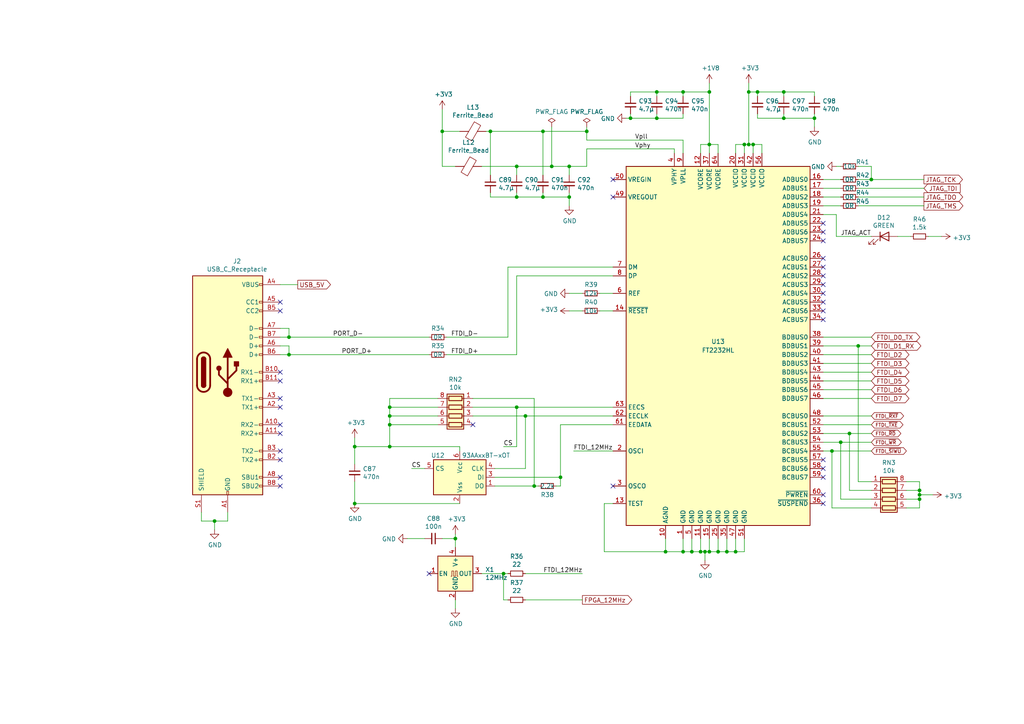
<source format=kicad_sch>
(kicad_sch (version 20211123) (generator eeschema)
  (paper "A4")
  (lib_symbols
    (symbol "Connector:USB_C_Receptacle" (pin_names (offset 1.016))
      (property "Reference" "J" (at -10.16 29.21 0))
      (property "Value" "USB_C_Receptacle" (at 10.16 29.21 0))
      (symbol "USB_C_Receptacle_0_0"
        (rectangle (start -0.254 -35.56) (end 0.254 -34.544))
        (rectangle (start 10.16 -32.766) (end 9.144 -33.274))
        (rectangle (start 10.16 -30.226) (end 9.144 -30.734))
        (rectangle (start 10.16 -25.146) (end 9.144 -25.654))
        (rectangle (start 10.16 -22.606) (end 9.144 -23.114))
        (rectangle (start 10.16 -17.526) (end 9.144 -18.034))
        (rectangle (start 10.16 -14.986) (end 9.144 -15.494))
        (rectangle (start 10.16 -9.906) (end 9.144 -10.414))
        (rectangle (start 10.16 -7.366) (end 9.144 -7.874))
        (rectangle (start 10.16 -2.286) (end 9.144 -2.794))
        (rectangle (start 10.16 0.254) (end 9.144 -0.254))
        (rectangle (start 10.16 5.334) (end 9.144 4.826))
        (rectangle (start 10.16 7.874) (end 9.144 7.366))
        (rectangle (start 10.16 10.414) (end 9.144 9.906))
        (rectangle (start 10.16 12.954) (end 9.144 12.446))
        (rectangle (start 10.16 18.034) (end 9.144 17.526))
        (rectangle (start 10.16 20.574) (end 9.144 20.066))
        (rectangle (start 10.16 25.654) (end 9.144 25.146))
      )
      (symbol "USB_C_Receptacle_0_1"
        (rectangle (start -10.16 27.94) (end 10.16 -35.56) (stroke (width 0.254)) (fill (type background)))
        (arc (start -8.89 -3.81) (mid -6.985 -5.715) (end -5.08 -3.81) (stroke (width 0.508)))
        (arc (start -7.62 -3.81) (mid -6.985 -4.445) (end -6.35 -3.81) (stroke (width 0.254)))
        (arc (start -7.62 -3.81) (mid -6.985 -4.445) (end -6.35 -3.81) (stroke (width 0.254)) (fill (type outline)))
        (rectangle (start -7.62 -3.81) (end -6.35 3.81) (stroke (width 0.254)) (fill (type outline)))
        (arc (start -6.35 3.81) (mid -6.985 4.445) (end -7.62 3.81) (stroke (width 0.254)))
        (arc (start -6.35 3.81) (mid -6.985 4.445) (end -7.62 3.81) (stroke (width 0.254)) (fill (type outline)))
        (arc (start -5.08 3.81) (mid -6.985 5.715) (end -8.89 3.81) (stroke (width 0.508)))
        (polyline (pts (xy -8.89 -3.81) (xy -8.89 3.81)) (stroke (width 0.508)))
        (polyline (pts (xy -5.08 3.81) (xy -5.08 -3.81)) (stroke (width 0.508)))
      )
      (symbol "USB_C_Receptacle_1_1"
        (circle (center -2.54 1.143) (radius 0.635) (stroke (width 0.254)) (fill (type outline)))
        (circle (center 0 -5.842) (radius 1.27) (fill (type outline)))
        (polyline (pts (xy 0 -5.842) (xy 0 4.318)) (stroke (width 0.508)))
        (polyline (pts (xy 0 -3.302) (xy -2.54 -0.762) (xy -2.54 0.508)) (stroke (width 0.508)))
        (polyline (pts (xy 0 -2.032) (xy 2.54 0.508) (xy 2.54 1.778)) (stroke (width 0.508)))
        (polyline (pts (xy -1.27 4.318) (xy 0 6.858) (xy 1.27 4.318) (xy -1.27 4.318)) (stroke (width 0.254)) (fill (type outline)))
        (rectangle (start 1.905 1.778) (end 3.175 3.048) (stroke (width 0.254)) (fill (type outline)))
        (pin passive line (at 0 -40.64 90) (length 5.08) (name "GND") (number "A1"))
        (pin bidirectional line (at 15.24 -15.24 180) (length 5.08) (name "RX2-") (number "A10"))
        (pin bidirectional line (at 15.24 -17.78 180) (length 5.08) (name "RX2+") (number "A11"))
        (pin passive line (at 0 -40.64 90) (length 5.08) hide (name "GND") (number "A12"))
        (pin bidirectional line (at 15.24 -10.16 180) (length 5.08) (name "TX1+") (number "A2"))
        (pin bidirectional line (at 15.24 -7.62 180) (length 5.08) (name "TX1-") (number "A3"))
        (pin passive line (at 15.24 25.4 180) (length 5.08) (name "VBUS") (number "A4"))
        (pin bidirectional line (at 15.24 20.32 180) (length 5.08) (name "CC1") (number "A5"))
        (pin bidirectional line (at 15.24 7.62 180) (length 5.08) (name "D+") (number "A6"))
        (pin bidirectional line (at 15.24 12.7 180) (length 5.08) (name "D-") (number "A7"))
        (pin bidirectional line (at 15.24 -30.48 180) (length 5.08) (name "SBU1") (number "A8"))
        (pin passive line (at 15.24 25.4 180) (length 5.08) hide (name "VBUS") (number "A9"))
        (pin passive line (at 0 -40.64 90) (length 5.08) hide (name "GND") (number "B1"))
        (pin bidirectional line (at 15.24 0 180) (length 5.08) (name "RX1-") (number "B10"))
        (pin bidirectional line (at 15.24 -2.54 180) (length 5.08) (name "RX1+") (number "B11"))
        (pin passive line (at 0 -40.64 90) (length 5.08) hide (name "GND") (number "B12"))
        (pin bidirectional line (at 15.24 -25.4 180) (length 5.08) (name "TX2+") (number "B2"))
        (pin bidirectional line (at 15.24 -22.86 180) (length 5.08) (name "TX2-") (number "B3"))
        (pin passive line (at 15.24 25.4 180) (length 5.08) hide (name "VBUS") (number "B4"))
        (pin bidirectional line (at 15.24 17.78 180) (length 5.08) (name "CC2") (number "B5"))
        (pin bidirectional line (at 15.24 5.08 180) (length 5.08) (name "D+") (number "B6"))
        (pin bidirectional line (at 15.24 10.16 180) (length 5.08) (name "D-") (number "B7"))
        (pin bidirectional line (at 15.24 -33.02 180) (length 5.08) (name "SBU2") (number "B8"))
        (pin passive line (at 15.24 25.4 180) (length 5.08) hide (name "VBUS") (number "B9"))
        (pin passive line (at -7.62 -40.64 90) (length 5.08) (name "SHIELD") (number "S1"))
      )
    )
    (symbol "Device:C_Small" (pin_numbers hide) (pin_names (offset 0.254) hide)
      (property "Reference" "C" (at 0.254 1.778 0))
      (property "Value" "C_Small" (at 0.254 -2.032 0))
      (symbol "C_Small_0_1"
        (polyline (pts (xy -1.524 -0.508) (xy 1.524 -0.508)) (stroke (width 0.3302)))
        (polyline (pts (xy -1.524 0.508) (xy 1.524 0.508)) (stroke (width 0.3048)))
      )
      (symbol "C_Small_1_1"
        (pin passive line (at 0 2.54 270) (length 2.032) (name "~") (number "1"))
        (pin passive line (at 0 -2.54 90) (length 2.032) (name "~") (number "2"))
      )
    )
    (symbol "Device:Ferrite_Bead" (pin_numbers hide) (pin_names (offset 0))
      (property "Reference" "FB" (at -3.81 0.635 90))
      (property "Value" "Device_Ferrite_Bead" (at 3.81 0 90))
      (symbol "Ferrite_Bead_0_1"
        (polyline (pts (xy 0 -1.27) (xy 0 -1.2192)))
        (polyline (pts (xy 0 1.27) (xy 0 1.2954)))
        (polyline (pts (xy -2.7686 0.4064) (xy -1.7018 2.2606) (xy 2.7686 -0.3048) (xy 1.6764 -2.159) (xy -2.7686 0.4064)))
      )
      (symbol "Ferrite_Bead_1_1"
        (pin passive line (at 0 3.81 270) (length 2.54) (name "~") (number "1"))
        (pin passive line (at 0 -3.81 90) (length 2.54) (name "~") (number "2"))
      )
    )
    (symbol "Device:LED" (pin_numbers hide) (pin_names (offset 1.016) hide)
      (property "Reference" "D" (at 0 2.54 0))
      (property "Value" "LED" (at 0 -2.54 0))
      (symbol "LED_0_1"
        (polyline (pts (xy -1.27 -1.27) (xy -1.27 1.27)) (stroke (width 0.254)))
        (polyline (pts (xy -1.27 0) (xy 1.27 0)))
        (polyline (pts (xy 1.27 -1.27) (xy 1.27 1.27) (xy -1.27 0) (xy 1.27 -1.27)) (stroke (width 0.254)))
        (polyline (pts (xy -3.048 -0.762) (xy -4.572 -2.286) (xy -3.81 -2.286) (xy -4.572 -2.286) (xy -4.572 -1.524)))
        (polyline (pts (xy -1.778 -0.762) (xy -3.302 -2.286) (xy -2.54 -2.286) (xy -3.302 -2.286) (xy -3.302 -1.524)))
      )
      (symbol "LED_1_1"
        (pin passive line (at -3.81 0 0) (length 2.54) (name "K") (number "1"))
        (pin passive line (at 3.81 0 180) (length 2.54) (name "A") (number "2"))
      )
    )
    (symbol "Device:R_Pack04" (pin_names (offset 0) hide)
      (property "Reference" "RN" (at -7.62 0 90))
      (property "Value" "R_Pack04" (at 5.08 0 90))
      (symbol "R_Pack04_0_1"
        (rectangle (start -6.35 -2.413) (end 3.81 2.413) (stroke (width 0.254)) (fill (type background)))
        (rectangle (start -5.715 1.905) (end -4.445 -1.905) (stroke (width 0.254)))
        (rectangle (start -3.175 1.905) (end -1.905 -1.905) (stroke (width 0.254)))
        (rectangle (start -0.635 1.905) (end 0.635 -1.905) (stroke (width 0.254)))
        (polyline (pts (xy -5.08 -2.54) (xy -5.08 -1.905)))
        (polyline (pts (xy -5.08 1.905) (xy -5.08 2.54)))
        (polyline (pts (xy -2.54 -2.54) (xy -2.54 -1.905)))
        (polyline (pts (xy -2.54 1.905) (xy -2.54 2.54)))
        (polyline (pts (xy 0 -2.54) (xy 0 -1.905)))
        (polyline (pts (xy 0 1.905) (xy 0 2.54)))
        (polyline (pts (xy 2.54 -2.54) (xy 2.54 -1.905)))
        (polyline (pts (xy 2.54 1.905) (xy 2.54 2.54)))
        (rectangle (start 1.905 1.905) (end 3.175 -1.905) (stroke (width 0.254)))
      )
      (symbol "R_Pack04_1_1"
        (pin passive line (at -5.08 -5.08 90) (length 2.54) (name "R1.1") (number "1"))
        (pin passive line (at -2.54 -5.08 90) (length 2.54) (name "R2.1") (number "2"))
        (pin passive line (at 0 -5.08 90) (length 2.54) (name "R3.1") (number "3"))
        (pin passive line (at 2.54 -5.08 90) (length 2.54) (name "R4.1") (number "4"))
        (pin passive line (at 2.54 5.08 270) (length 2.54) (name "R4.2") (number "5"))
        (pin passive line (at 0 5.08 270) (length 2.54) (name "R3.2") (number "6"))
        (pin passive line (at -2.54 5.08 270) (length 2.54) (name "R2.2") (number "7"))
        (pin passive line (at -5.08 5.08 270) (length 2.54) (name "R1.2") (number "8"))
      )
    )
    (symbol "Device:R_Small" (pin_numbers hide) (pin_names (offset 0.254) hide)
      (property "Reference" "R" (at 0.762 0.508 0))
      (property "Value" "R_Small" (at 0.762 -1.016 0))
      (symbol "R_Small_0_1"
        (rectangle (start -0.762 1.778) (end 0.762 -1.778) (stroke (width 0.2032)))
      )
      (symbol "R_Small_1_1"
        (pin passive line (at 0 2.54 270) (length 0.762) (name "~") (number "1"))
        (pin passive line (at 0 -2.54 90) (length 0.762) (name "~") (number "2"))
      )
    )
    (symbol "Interface_USB:FT2232HL"
      (property "Reference" "U" (at -26.67 53.34 0))
      (property "Value" "FT2232HL" (at 19.05 53.34 0))
      (symbol "FT2232HL_0_1"
        (rectangle (start -26.67 -52.07) (end 26.67 52.07) (stroke (width 0.254)) (fill (type background)))
      )
      (symbol "FT2232HL_1_1"
        (pin power_in line (at -10.16 -55.88 90) (length 3.81) (name "GND") (number "1"))
        (pin power_in line (at -15.24 -55.88 90) (length 3.81) (name "AGND") (number "10"))
        (pin power_in line (at -5.08 -55.88 90) (length 3.81) (name "GND") (number "11"))
        (pin power_in line (at -5.08 55.88 270) (length 3.81) (name "VCORE") (number "12"))
        (pin input line (at -30.48 -45.72 0) (length 3.81) (name "TEST") (number "13"))
        (pin input line (at -30.48 10.16 0) (length 3.81) (name "~{RESET}") (number "14"))
        (pin power_in line (at -2.54 -55.88 90) (length 3.81) (name "GND") (number "15"))
        (pin bidirectional line (at 30.48 48.26 180) (length 3.81) (name "ADBUS0") (number "16"))
        (pin bidirectional line (at 30.48 45.72 180) (length 3.81) (name "ADBUS1") (number "17"))
        (pin bidirectional line (at 30.48 43.18 180) (length 3.81) (name "ADBUS2") (number "18"))
        (pin bidirectional line (at 30.48 40.64 180) (length 3.81) (name "ADBUS3") (number "19"))
        (pin input line (at -30.48 -30.48 0) (length 3.81) (name "OSCI") (number "2"))
        (pin power_in line (at 5.08 55.88 270) (length 3.81) (name "VCCIO") (number "20"))
        (pin bidirectional line (at 30.48 38.1 180) (length 3.81) (name "ADBUS4") (number "21"))
        (pin bidirectional line (at 30.48 35.56 180) (length 3.81) (name "ADBUS5") (number "22"))
        (pin bidirectional line (at 30.48 33.02 180) (length 3.81) (name "ADBUS6") (number "23"))
        (pin bidirectional line (at 30.48 30.48 180) (length 3.81) (name "ADBUS7") (number "24"))
        (pin power_in line (at 0 -55.88 90) (length 3.81) (name "GND") (number "25"))
        (pin bidirectional line (at 30.48 25.4 180) (length 3.81) (name "ACBUS0") (number "26"))
        (pin bidirectional line (at 30.48 22.86 180) (length 3.81) (name "ACBUS1") (number "27"))
        (pin bidirectional line (at 30.48 20.32 180) (length 3.81) (name "ACBUS2") (number "28"))
        (pin bidirectional line (at 30.48 17.78 180) (length 3.81) (name "ACBUS3") (number "29"))
        (pin output line (at -30.48 -40.64 0) (length 3.81) (name "OSCO") (number "3"))
        (pin bidirectional line (at 30.48 15.24 180) (length 3.81) (name "ACBUS4") (number "30"))
        (pin power_in line (at 7.62 55.88 270) (length 3.81) (name "VCCIO") (number "31"))
        (pin bidirectional line (at 30.48 12.7 180) (length 3.81) (name "ACBUS5") (number "32"))
        (pin bidirectional line (at 30.48 10.16 180) (length 3.81) (name "ACBUS6") (number "33"))
        (pin bidirectional line (at 30.48 7.62 180) (length 3.81) (name "ACBUS7") (number "34"))
        (pin power_in line (at 2.54 -55.88 90) (length 3.81) (name "GND") (number "35"))
        (pin output line (at 30.48 -45.72 180) (length 3.81) (name "~{SUSPEND}") (number "36"))
        (pin power_in line (at -2.54 55.88 270) (length 3.81) (name "VCORE") (number "37"))
        (pin bidirectional line (at 30.48 2.54 180) (length 3.81) (name "BDBUS0") (number "38"))
        (pin bidirectional line (at 30.48 0 180) (length 3.81) (name "BDBUS1") (number "39"))
        (pin power_in line (at -12.7 55.88 270) (length 3.81) (name "VPHY") (number "4"))
        (pin bidirectional line (at 30.48 -2.54 180) (length 3.81) (name "BDBUS2") (number "40"))
        (pin bidirectional line (at 30.48 -5.08 180) (length 3.81) (name "BDBUS3") (number "41"))
        (pin power_in line (at 10.16 55.88 270) (length 3.81) (name "VCCIO") (number "42"))
        (pin bidirectional line (at 30.48 -7.62 180) (length 3.81) (name "BDBUS4") (number "43"))
        (pin bidirectional line (at 30.48 -10.16 180) (length 3.81) (name "BDBUS5") (number "44"))
        (pin bidirectional line (at 30.48 -12.7 180) (length 3.81) (name "BDBUS6") (number "45"))
        (pin bidirectional line (at 30.48 -15.24 180) (length 3.81) (name "BDBUS7") (number "46"))
        (pin power_in line (at 5.08 -55.88 90) (length 3.81) (name "GND") (number "47"))
        (pin bidirectional line (at 30.48 -20.32 180) (length 3.81) (name "BCBUS0") (number "48"))
        (pin power_out line (at -30.48 43.18 0) (length 3.81) (name "VREGOUT") (number "49"))
        (pin power_in line (at -7.62 -55.88 90) (length 3.81) (name "GND") (number "5"))
        (pin power_in line (at -30.48 48.26 0) (length 3.81) (name "VREGIN") (number "50"))
        (pin power_in line (at 7.62 -55.88 90) (length 3.81) (name "GND") (number "51"))
        (pin bidirectional line (at 30.48 -22.86 180) (length 3.81) (name "BCBUS1") (number "52"))
        (pin bidirectional line (at 30.48 -25.4 180) (length 3.81) (name "BCBUS2") (number "53"))
        (pin bidirectional line (at 30.48 -27.94 180) (length 3.81) (name "BCBUS3") (number "54"))
        (pin bidirectional line (at 30.48 -30.48 180) (length 3.81) (name "BCBUS4") (number "55"))
        (pin power_in line (at 12.7 55.88 270) (length 3.81) (name "VCCIO") (number "56"))
        (pin bidirectional line (at 30.48 -33.02 180) (length 3.81) (name "BCBUS5") (number "57"))
        (pin bidirectional line (at 30.48 -35.56 180) (length 3.81) (name "BCBUS6") (number "58"))
        (pin bidirectional line (at 30.48 -38.1 180) (length 3.81) (name "BCBUS7") (number "59"))
        (pin output line (at -30.48 15.24 0) (length 3.81) (name "REF") (number "6"))
        (pin output line (at 30.48 -43.18 180) (length 3.81) (name "~{PWREN}") (number "60"))
        (pin bidirectional line (at -30.48 -22.86 0) (length 3.81) (name "EEDATA") (number "61"))
        (pin output line (at -30.48 -20.32 0) (length 3.81) (name "EECLK") (number "62"))
        (pin output line (at -30.48 -17.78 0) (length 3.81) (name "EECS") (number "63"))
        (pin power_in line (at 0 55.88 270) (length 3.81) (name "VCORE") (number "64"))
        (pin bidirectional line (at -30.48 22.86 0) (length 3.81) (name "DM") (number "7"))
        (pin bidirectional line (at -30.48 20.32 0) (length 3.81) (name "DP") (number "8"))
        (pin input line (at -10.16 55.88 270) (length 3.81) (name "VPLL") (number "9"))
      )
    )
    (symbol "Memory_EEPROM:93AAxxBT-xOT"
      (property "Reference" "U" (at -7.62 6.35 0))
      (property "Value" "93AAxxBT-xOT" (at 1.27 6.35 0))
      (symbol "93AAxxBT-xOT_1_1"
        (rectangle (start -7.62 5.08) (end 7.62 -5.08) (stroke (width 0.254)) (fill (type background)))
        (pin tri_state line (at 10.16 -2.54 180) (length 2.54) (name "DO") (number "1"))
        (pin power_in line (at 0 -7.62 90) (length 2.54) (name "Vss") (number "2"))
        (pin input line (at 10.16 0 180) (length 2.54) (name "DI") (number "3"))
        (pin input line (at 10.16 2.54 180) (length 2.54) (name "CLK") (number "4"))
        (pin input line (at -10.16 2.54 0) (length 2.54) (name "CS") (number "5"))
        (pin power_in line (at 0 7.62 270) (length 2.54) (name "Vсс") (number "6"))
      )
    )
    (symbol "Oscillator:XO32" (pin_names (offset 0.254))
      (property "Reference" "X" (at -5.08 6.35 0))
      (property "Value" "XO32" (at 1.27 -6.35 0))
      (symbol "XO32_0_1"
        (rectangle (start -5.08 5.08) (end 5.08 -5.08) (stroke (width 0.254)) (fill (type background)))
        (polyline (pts (xy -1.27 -0.762) (xy -1.016 -0.762) (xy -1.016 0.762) (xy -0.508 0.762) (xy -0.508 -0.762) (xy 0 -0.762) (xy 0 0.762) (xy 0.508 0.762) (xy 0.508 -0.762) (xy 0.762 -0.762)))
      )
      (symbol "XO32_1_1"
        (pin input line (at -7.62 0 0) (length 2.54) (name "EN") (number "1"))
        (pin power_in line (at 0 -7.62 90) (length 2.54) (name "GND") (number "2"))
        (pin output line (at 7.62 0 180) (length 2.54) (name "OUT") (number "3"))
        (pin power_in line (at 0 7.62 270) (length 2.54) (name "V+") (number "4"))
      )
    )
    (symbol "power:+1V8" (power) (pin_names (offset 0))
      (property "Value" "+1V8" (at 0 3.556 0))
      (symbol "+1V8_0_1"
        (polyline (pts (xy -0.762 1.27) (xy 0 2.54)))
        (polyline (pts (xy 0 0) (xy 0 2.54)))
        (polyline (pts (xy 0 2.54) (xy 0.762 1.27)))
      )
      (symbol "+1V8_1_1"
        (pin power_in line (at 0 0 90) (length 0) hide (name "+1V8") (number "1"))
      )
    )
    (symbol "power:+3V3" (power) (pin_names (offset 0))
      (property "Value" "+3V3" (at 0 3.556 0))
      (symbol "+3V3_0_1"
        (polyline (pts (xy -0.762 1.27) (xy 0 2.54)))
        (polyline (pts (xy 0 0) (xy 0 2.54)))
        (polyline (pts (xy 0 2.54) (xy 0.762 1.27)))
      )
      (symbol "+3V3_1_1"
        (pin power_in line (at 0 0 90) (length 0) hide (name "+3V3") (number "1"))
      )
    )
    (symbol "power:GND" (power) (pin_names (offset 0))
      (property "Value" "GND" (at 0 -3.81 0))
      (symbol "GND_0_1"
        (polyline (pts (xy 0 0) (xy 0 -1.27) (xy 1.27 -1.27) (xy 0 -2.54) (xy -1.27 -1.27) (xy 0 -1.27)))
      )
      (symbol "GND_1_1"
        (pin power_in line (at 0 0 270) (length 0) hide (name "GND") (number "1"))
      )
    )
    (symbol "power:PWR_FLAG" (power) (pin_numbers hide) (pin_names (offset 0) hide)
      (property "Value" "PWR_FLAG" (at 0 3.81 0))
      (symbol "PWR_FLAG_0_0"
        (pin power_out line (at 0 0 90) (length 0) (name "pwr") (number "1"))
      )
      (symbol "PWR_FLAG_0_1"
        (polyline (pts (xy 0 0) (xy 0 1.27) (xy -1.016 1.905) (xy 0 2.54) (xy 1.016 1.905) (xy 0 1.27)))
      )
    )
  )
  (junction (at 149.86 48.26))
  (junction (at 154.94 140.97))
  (junction (at 113.03 120.65))
  (junction (at 113.03 118.11))
  (junction (at 190.5 34.29))
  (junction (at 165.1 48.26))
  (junction (at 165.1 57.15))
  (junction (at 162.56 138.43))
  (junction (at 113.03 129.54))
  (junction (at 62.23 151.13))
  (junction (at 236.22 34.29))
  (junction (at 205.74 41.91))
  (junction (at 248.92 100.33))
  (junction (at 210.82 160.02))
  (junction (at 198.12 26.67))
  (junction (at 83.82 102.87))
  (junction (at 102.87 146.05))
  (junction (at 213.36 160.02))
  (junction (at 193.04 160.02))
  (junction (at 182.88 34.29))
  (junction (at 128.27 38.1))
  (junction (at 243.84 128.27))
  (junction (at 266.7 142.24))
  (junction (at 160.02 48.26))
  (junction (at 227.33 34.29))
  (junction (at 266.7 143.51))
  (junction (at 205.74 160.02))
  (junction (at 149.86 57.15))
  (junction (at 190.5 26.67))
  (junction (at 252.73 52.07))
  (junction (at 208.28 160.02))
  (junction (at 132.08 156.21))
  (junction (at 266.7 144.78))
  (junction (at 83.82 97.79))
  (junction (at 205.74 26.67))
  (junction (at 149.86 118.11))
  (junction (at 142.24 38.1))
  (junction (at 170.18 38.1))
  (junction (at 146.05 166.37))
  (junction (at 113.03 123.19))
  (junction (at 203.2 160.02))
  (junction (at 157.48 57.15))
  (junction (at 218.44 41.91))
  (junction (at 102.87 129.54))
  (junction (at 157.48 38.1))
  (junction (at 200.66 160.02))
  (junction (at 217.17 41.91))
  (junction (at 219.71 26.67))
  (junction (at 198.12 160.02))
  (junction (at 215.9 41.91))
  (junction (at 241.3 130.81))
  (junction (at 217.17 26.67))
  (junction (at 227.33 26.67))
  (junction (at 152.4 120.65))
  (junction (at 246.38 125.73))
  (junction (at 204.47 160.02))
  (no_connect (at 238.76 143.51))
  (no_connect (at 81.28 107.95))
  (no_connect (at 238.76 82.55))
  (no_connect (at 81.28 118.11))
  (no_connect (at 177.8 57.15))
  (no_connect (at 177.8 52.07))
  (no_connect (at 238.76 69.85))
  (no_connect (at 238.76 92.71))
  (no_connect (at 124.46 166.37))
  (no_connect (at 238.76 90.17))
  (no_connect (at 238.76 85.09))
  (no_connect (at 81.28 130.81))
  (no_connect (at 81.28 123.19))
  (no_connect (at 81.28 115.57))
  (no_connect (at 81.28 90.17))
  (no_connect (at 81.28 87.63))
  (no_connect (at 238.76 64.77))
  (no_connect (at 238.76 87.63))
  (no_connect (at 238.76 74.93))
  (no_connect (at 238.76 67.31))
  (no_connect (at 238.76 80.01))
  (no_connect (at 81.28 140.97))
  (no_connect (at 81.28 110.49))
  (no_connect (at 238.76 135.89))
  (no_connect (at 137.16 123.19))
  (no_connect (at 81.28 133.35))
  (no_connect (at 238.76 133.35))
  (no_connect (at 81.28 138.43))
  (no_connect (at 81.28 125.73))
  (no_connect (at 238.76 146.05))
  (no_connect (at 238.76 77.47))
  (no_connect (at 238.76 138.43))
  (no_connect (at 177.8 140.97))
  (wire (pts (xy 81.28 97.79) (xy 83.82 97.79)))
  (wire (pts (xy 118.11 156.21) (xy 123.19 156.21)))
  (wire (pts (xy 170.18 48.26) (xy 165.1 48.26)))
  (wire (pts (xy 266.7 147.32) (xy 262.89 147.32)))
  (wire (pts (xy 146.05 166.37) (xy 139.7 166.37)))
  (wire (pts (xy 113.03 123.19) (xy 113.03 129.54)))
  (wire (pts (xy 62.23 151.13) (xy 58.42 151.13)))
  (wire (pts (xy 195.58 44.45) (xy 195.58 43.18)))
  (wire (pts (xy 218.44 44.45) (xy 218.44 41.91)))
  (wire (pts (xy 165.1 57.15) (xy 157.48 57.15)))
  (wire (pts (xy 205.74 44.45) (xy 205.74 41.91)))
  (wire (pts (xy 157.48 55.88) (xy 157.48 57.15)))
  (wire (pts (xy 260.35 68.58) (xy 264.16 68.58)))
  (wire (pts (xy 193.04 156.21) (xy 193.04 160.02)))
  (wire (pts (xy 248.92 52.07) (xy 252.73 52.07)))
  (wire (pts (xy 213.36 160.02) (xy 215.9 160.02)))
  (wire (pts (xy 238.76 59.69) (xy 243.84 59.69)))
  (wire (pts (xy 267.97 59.69) (xy 248.92 59.69)))
  (wire (pts (xy 160.02 48.26) (xy 149.86 48.26)))
  (wire (pts (xy 220.98 41.91) (xy 220.98 44.45)))
  (wire (pts (xy 149.86 80.01) (xy 149.86 102.87)))
  (wire (pts (xy 132.08 48.26) (xy 128.27 48.26)))
  (wire (pts (xy 198.12 160.02) (xy 200.66 160.02)))
  (wire (pts (xy 252.73 97.79) (xy 238.76 97.79)))
  (wire (pts (xy 198.12 156.21) (xy 198.12 160.02)))
  (wire (pts (xy 149.86 55.88) (xy 149.86 57.15)))
  (wire (pts (xy 238.76 102.87) (xy 252.73 102.87)))
  (wire (pts (xy 198.12 26.67) (xy 198.12 27.94)))
  (wire (pts (xy 182.88 27.94) (xy 182.88 26.67)))
  (wire (pts (xy 165.1 85.09) (xy 168.91 85.09)))
  (wire (pts (xy 252.73 130.81) (xy 241.3 130.81)))
  (wire (pts (xy 113.03 118.11) (xy 127 118.11)))
  (wire (pts (xy 149.86 57.15) (xy 142.24 57.15)))
  (wire (pts (xy 190.5 34.29) (xy 190.5 33.02)))
  (wire (pts (xy 83.82 97.79) (xy 124.46 97.79)))
  (wire (pts (xy 205.74 24.13) (xy 205.74 26.67)))
  (wire (pts (xy 127 120.65) (xy 113.03 120.65)))
  (wire (pts (xy 246.38 142.24) (xy 246.38 125.73)))
  (wire (pts (xy 190.5 26.67) (xy 190.5 27.94)))
  (wire (pts (xy 154.94 115.57) (xy 154.94 140.97)))
  (wire (pts (xy 213.36 41.91) (xy 215.9 41.91)))
  (wire (pts (xy 198.12 44.45) (xy 198.12 40.64)))
  (wire (pts (xy 219.71 27.94) (xy 219.71 26.67)))
  (wire (pts (xy 162.56 140.97) (xy 162.56 138.43)))
  (wire (pts (xy 262.89 139.7) (xy 266.7 139.7)))
  (wire (pts (xy 170.18 40.64) (xy 170.18 38.1)))
  (wire (pts (xy 210.82 160.02) (xy 210.82 156.21)))
  (wire (pts (xy 152.4 135.89) (xy 152.4 120.65)))
  (wire (pts (xy 182.88 34.29) (xy 182.88 33.02)))
  (wire (pts (xy 269.24 68.58) (xy 273.05 68.58)))
  (wire (pts (xy 165.1 48.26) (xy 160.02 48.26)))
  (wire (pts (xy 175.26 160.02) (xy 193.04 160.02)))
  (wire (pts (xy 147.32 173.99) (xy 146.05 173.99)))
  (wire (pts (xy 243.84 52.07) (xy 238.76 52.07)))
  (wire (pts (xy 219.71 33.02) (xy 219.71 34.29)))
  (wire (pts (xy 129.54 102.87) (xy 149.86 102.87)))
  (wire (pts (xy 152.4 120.65) (xy 137.16 120.65)))
  (wire (pts (xy 177.8 146.05) (xy 175.26 146.05)))
  (wire (pts (xy 132.08 154.94) (xy 132.08 156.21)))
  (wire (pts (xy 193.04 160.02) (xy 198.12 160.02)))
  (wire (pts (xy 127 115.57) (xy 113.03 115.57)))
  (wire (pts (xy 170.18 43.18) (xy 170.18 48.26)))
  (wire (pts (xy 203.2 41.91) (xy 205.74 41.91)))
  (wire (pts (xy 227.33 27.94) (xy 227.33 26.67)))
  (wire (pts (xy 248.92 48.26) (xy 252.73 48.26)))
  (wire (pts (xy 243.84 57.15) (xy 238.76 57.15)))
  (wire (pts (xy 205.74 26.67) (xy 205.74 41.91)))
  (wire (pts (xy 173.99 90.17) (xy 177.8 90.17)))
  (wire (pts (xy 219.71 34.29) (xy 227.33 34.29)))
  (wire (pts (xy 165.1 50.8) (xy 165.1 48.26)))
  (wire (pts (xy 248.92 139.7) (xy 248.92 100.33)))
  (wire (pts (xy 200.66 160.02) (xy 203.2 160.02)))
  (wire (pts (xy 149.86 48.26) (xy 139.7 48.26)))
  (wire (pts (xy 177.8 80.01) (xy 149.86 80.01)))
  (wire (pts (xy 66.04 148.59) (xy 66.04 151.13)))
  (wire (pts (xy 217.17 41.91) (xy 218.44 41.91)))
  (wire (pts (xy 252.73 105.41) (xy 238.76 105.41)))
  (wire (pts (xy 113.03 120.65) (xy 113.03 118.11)))
  (wire (pts (xy 143.51 135.89) (xy 152.4 135.89)))
  (wire (pts (xy 236.22 26.67) (xy 236.22 27.94)))
  (wire (pts (xy 58.42 151.13) (xy 58.42 148.59)))
  (wire (pts (xy 204.47 160.02) (xy 205.74 160.02)))
  (wire (pts (xy 81.28 102.87) (xy 83.82 102.87)))
  (wire (pts (xy 83.82 95.25) (xy 83.82 97.79)))
  (wire (pts (xy 149.86 129.54) (xy 146.05 129.54)))
  (wire (pts (xy 243.84 144.78) (xy 243.84 128.27)))
  (wire (pts (xy 146.05 166.37) (xy 147.32 166.37)))
  (wire (pts (xy 208.28 41.91) (xy 208.28 44.45)))
  (wire (pts (xy 227.33 34.29) (xy 236.22 34.29)))
  (wire (pts (xy 127 123.19) (xy 113.03 123.19)))
  (wire (pts (xy 242.57 68.58) (xy 252.73 68.58)))
  (wire (pts (xy 238.76 113.03) (xy 252.73 113.03)))
  (wire (pts (xy 62.23 153.67) (xy 62.23 151.13)))
  (wire (pts (xy 204.47 160.02) (xy 204.47 162.56)))
  (wire (pts (xy 217.17 41.91) (xy 217.17 26.67)))
  (wire (pts (xy 113.03 129.54) (xy 133.35 129.54)))
  (wire (pts (xy 149.86 118.11) (xy 177.8 118.11)))
  (wire (pts (xy 241.3 147.32) (xy 252.73 147.32)))
  (wire (pts (xy 266.7 143.51) (xy 266.7 144.78)))
  (wire (pts (xy 156.21 140.97) (xy 154.94 140.97)))
  (wire (pts (xy 266.7 144.78) (xy 266.7 147.32)))
  (wire (pts (xy 266.7 142.24) (xy 266.7 143.51)))
  (wire (pts (xy 182.88 26.67) (xy 190.5 26.67)))
  (wire (pts (xy 252.73 48.26) (xy 252.73 52.07)))
  (wire (pts (xy 160.02 36.83) (xy 160.02 48.26)))
  (wire (pts (xy 200.66 156.21) (xy 200.66 160.02)))
  (wire (pts (xy 128.27 156.21) (xy 132.08 156.21)))
  (wire (pts (xy 147.32 77.47) (xy 177.8 77.47)))
  (wire (pts (xy 149.86 50.8) (xy 149.86 48.26)))
  (wire (pts (xy 102.87 129.54) (xy 102.87 134.62)))
  (wire (pts (xy 168.91 166.37) (xy 152.4 166.37)))
  (wire (pts (xy 123.19 135.89) (xy 119.38 135.89)))
  (wire (pts (xy 215.9 41.91) (xy 217.17 41.91)))
  (wire (pts (xy 252.73 52.07) (xy 267.97 52.07)))
  (wire (pts (xy 175.26 146.05) (xy 175.26 160.02)))
  (wire (pts (xy 238.76 107.95) (xy 252.73 107.95)))
  (wire (pts (xy 238.76 110.49) (xy 252.73 110.49)))
  (wire (pts (xy 213.36 156.21) (xy 213.36 160.02)))
  (wire (pts (xy 238.76 54.61) (xy 243.84 54.61)))
  (wire (pts (xy 238.76 62.23) (xy 242.57 62.23)))
  (wire (pts (xy 157.48 50.8) (xy 157.48 38.1)))
  (wire (pts (xy 177.8 123.19) (xy 162.56 123.19)))
  (wire (pts (xy 132.08 156.21) (xy 132.08 158.75)))
  (wire (pts (xy 227.33 26.67) (xy 219.71 26.67)))
  (wire (pts (xy 236.22 34.29) (xy 236.22 33.02)))
  (wire (pts (xy 262.89 142.24) (xy 266.7 142.24)))
  (wire (pts (xy 242.57 62.23) (xy 242.57 68.58)))
  (wire (pts (xy 149.86 118.11) (xy 149.86 129.54)))
  (wire (pts (xy 198.12 40.64) (xy 170.18 40.64)))
  (wire (pts (xy 146.05 173.99) (xy 146.05 166.37)))
  (wire (pts (xy 142.24 57.15) (xy 142.24 55.88)))
  (wire (pts (xy 137.16 118.11) (xy 149.86 118.11)))
  (wire (pts (xy 157.48 38.1) (xy 170.18 38.1)))
  (wire (pts (xy 113.03 120.65) (xy 113.03 123.19)))
  (wire (pts (xy 241.3 130.81) (xy 238.76 130.81)))
  (wire (pts (xy 215.9 44.45) (xy 215.9 41.91)))
  (wire (pts (xy 236.22 36.83) (xy 236.22 34.29)))
  (wire (pts (xy 198.12 33.02) (xy 198.12 34.29)))
  (wire (pts (xy 203.2 44.45) (xy 203.2 41.91)))
  (wire (pts (xy 170.18 36.83) (xy 170.18 38.1)))
  (wire (pts (xy 205.74 160.02) (xy 208.28 160.02)))
  (wire (pts (xy 210.82 160.02) (xy 213.36 160.02)))
  (wire (pts (xy 252.73 142.24) (xy 246.38 142.24)))
  (wire (pts (xy 142.24 38.1) (xy 140.97 38.1)))
  (wire (pts (xy 129.54 97.79) (xy 147.32 97.79)))
  (wire (pts (xy 213.36 44.45) (xy 213.36 41.91)))
  (wire (pts (xy 157.48 57.15) (xy 149.86 57.15)))
  (wire (pts (xy 252.73 125.73) (xy 246.38 125.73)))
  (wire (pts (xy 267.97 57.15) (xy 248.92 57.15)))
  (wire (pts (xy 238.76 115.57) (xy 252.73 115.57)))
  (wire (pts (xy 143.51 140.97) (xy 154.94 140.97)))
  (wire (pts (xy 181.61 34.29) (xy 182.88 34.29)))
  (wire (pts (xy 132.08 176.53) (xy 132.08 173.99)))
  (wire (pts (xy 266.7 139.7) (xy 266.7 142.24)))
  (wire (pts (xy 137.16 115.57) (xy 154.94 115.57)))
  (wire (pts (xy 203.2 156.21) (xy 203.2 160.02)))
  (wire (pts (xy 83.82 100.33) (xy 83.82 102.87)))
  (wire (pts (xy 198.12 34.29) (xy 190.5 34.29)))
  (wire (pts (xy 208.28 160.02) (xy 210.82 160.02)))
  (wire (pts (xy 128.27 38.1) (xy 133.35 38.1)))
  (wire (pts (xy 165.1 90.17) (xy 168.91 90.17)))
  (wire (pts (xy 248.92 100.33) (xy 238.76 100.33)))
  (wire (pts (xy 165.1 55.88) (xy 165.1 57.15)))
  (wire (pts (xy 215.9 160.02) (xy 215.9 156.21)))
  (wire (pts (xy 252.73 139.7) (xy 248.92 139.7)))
  (wire (pts (xy 165.1 59.69) (xy 165.1 57.15)))
  (wire (pts (xy 195.58 43.18) (xy 170.18 43.18)))
  (wire (pts (xy 66.04 151.13) (xy 62.23 151.13)))
  (wire (pts (xy 102.87 146.05) (xy 133.35 146.05)))
  (wire (pts (xy 227.33 26.67) (xy 236.22 26.67)))
  (wire (pts (xy 227.33 34.29) (xy 227.33 33.02)))
  (wire (pts (xy 152.4 173.99) (xy 168.91 173.99)))
  (wire (pts (xy 81.28 95.25) (xy 83.82 95.25)))
  (wire (pts (xy 102.87 127) (xy 102.87 129.54)))
  (wire (pts (xy 161.29 140.97) (xy 162.56 140.97)))
  (wire (pts (xy 217.17 26.67) (xy 217.17 24.13)))
  (wire (pts (xy 198.12 26.67) (xy 190.5 26.67)))
  (wire (pts (xy 190.5 34.29) (xy 182.88 34.29)))
  (wire (pts (xy 270.51 143.51) (xy 266.7 143.51)))
  (wire (pts (xy 252.73 128.27) (xy 243.84 128.27)))
  (wire (pts (xy 205.74 41.91) (xy 208.28 41.91)))
  (wire (pts (xy 81.28 100.33) (xy 83.82 100.33)))
  (wire (pts (xy 128.27 48.26) (xy 128.27 38.1)))
  (wire (pts (xy 166.37 130.81) (xy 177.8 130.81)))
  (wire (pts (xy 218.44 41.91) (xy 220.98 41.91)))
  (wire (pts (xy 219.71 26.67) (xy 217.17 26.67)))
  (wire (pts (xy 242.57 48.26) (xy 243.84 48.26)))
  (wire (pts (xy 208.28 156.21) (xy 208.28 160.02)))
  (wire (pts (xy 102.87 139.7) (xy 102.87 146.05)))
  (wire (pts (xy 266.7 144.78) (xy 262.89 144.78)))
  (wire (pts (xy 252.73 100.33) (xy 248.92 100.33)))
  (wire (pts (xy 248.92 54.61) (xy 267.97 54.61)))
  (wire (pts (xy 252.73 144.78) (xy 243.84 144.78)))
  (wire (pts (xy 113.03 115.57) (xy 113.03 118.11)))
  (wire (pts (xy 128.27 31.75) (xy 128.27 38.1)))
  (wire (pts (xy 113.03 129.54) (xy 102.87 129.54)))
  (wire (pts (xy 152.4 120.65) (xy 177.8 120.65)))
  (wire (pts (xy 246.38 125.73) (xy 238.76 125.73)))
  (wire (pts (xy 133.35 129.54) (xy 133.35 130.81)))
  (wire (pts (xy 143.51 138.43) (xy 162.56 138.43)))
  (wire (pts (xy 83.82 102.87) (xy 124.46 102.87)))
  (wire (pts (xy 162.56 123.19) (xy 162.56 138.43)))
  (wire (pts (xy 142.24 38.1) (xy 157.48 38.1)))
  (wire (pts (xy 241.3 130.81) (xy 241.3 147.32)))
  (wire (pts (xy 203.2 160.02) (xy 204.47 160.02)))
  (wire (pts (xy 243.84 128.27) (xy 238.76 128.27)))
  (wire (pts (xy 147.32 97.79) (xy 147.32 77.47)))
  (wire (pts (xy 81.28 82.55) (xy 86.36 82.55)))
  (wire (pts (xy 205.74 156.21) (xy 205.74 160.02)))
  (wire (pts (xy 142.24 50.8) (xy 142.24 38.1)))
  (wire (pts (xy 205.74 26.67) (xy 198.12 26.67)))
  (wire (pts (xy 173.99 85.09) (xy 177.8 85.09)))
  (wire (pts (xy 238.76 120.65) (xy 252.73 120.65)))
  (wire (pts (xy 252.73 123.19) (xy 238.76 123.19)))
  (label "Vphy" (at 184.15 43.18 0))
  (label "FTDI_12MHz" (at 166.37 130.81 0))
  (label "FTDI_12MHz" (at 168.91 166.37 180))
  (label "Vpll" (at 184.15 40.64 0))
  (label "PORT_D+" (at 99.06 102.87 0))
  (label "JTAG_ACT" (at 243.84 68.58 0))
  (label "FTDI_D-" (at 130.81 97.79 0))
  (label "CS" (at 146.05 129.54 0))
  (label "CS" (at 119.38 135.89 0))
  (label "FTDI_D+" (at 130.81 102.87 0))
  (label "PORT_D-" (at 96.52 97.79 0))
  (global_label "FTDI_D3" (shape bidirectional) (at 252.73 105.41 0) (property "Intersheet References" "${INTERSHEET_REFS}" (effects hide)))
  (global_label "FTDI_D2" (shape bidirectional) (at 252.73 102.87 0) (property "Intersheet References" "${INTERSHEET_REFS}" (effects hide)))
  (global_label "JTAG_TDO" (shape output) (at 267.97 57.15 0) (property "Intersheet References" "${INTERSHEET_REFS}" (effects hide)))
  (global_label "FTDI_D4" (shape bidirectional) (at 252.73 107.95 0) (property "Intersheet References" "${INTERSHEET_REFS}" (effects hide)))
  (global_label "JTAG_TMS" (shape output) (at 267.97 59.69 0) (property "Intersheet References" "${INTERSHEET_REFS}" (effects hide)))
  (global_label "FTDI_~{RXF}" (shape bidirectional) (at 252.73 120.65 0) (effects (font (size 0.9906 0.9906))) (property "Intersheet References" "${INTERSHEET_REFS}" (effects hide)))
  (global_label "FTDI_~{RD}" (shape bidirectional) (at 252.73 125.73 0) (effects (font (size 0.9906 0.9906))) (property "Intersheet References" "${INTERSHEET_REFS}" (effects hide)))
  (global_label "FTDI_~{SIWU}" (shape bidirectional) (at 252.73 130.81 0) (effects (font (size 0.9906 0.9906))) (property "Intersheet References" "${INTERSHEET_REFS}" (effects hide)))
  (global_label "JTAG_TCK" (shape output) (at 267.97 52.07 0) (property "Intersheet References" "${INTERSHEET_REFS}" (effects hide)))
  (global_label "FPGA_12MHz" (shape output) (at 168.91 173.99 0) (property "Intersheet References" "${INTERSHEET_REFS}" (effects hide)))
  (global_label "FTDI_D6" (shape bidirectional) (at 252.73 113.03 0) (property "Intersheet References" "${INTERSHEET_REFS}" (effects hide)))
  (global_label "FTDI_D0_TX" (shape bidirectional) (at 252.73 97.79 0) (property "Intersheet References" "${INTERSHEET_REFS}" (effects hide)))
  (global_label "FTDI_D1_RX" (shape bidirectional) (at 252.73 100.33 0) (property "Intersheet References" "${INTERSHEET_REFS}" (effects hide)))
  (global_label "USB_5V" (shape output) (at 86.36 82.55 0) (property "Intersheet References" "${INTERSHEET_REFS}" (effects hide)))
  (global_label "FTDI_D5" (shape bidirectional) (at 252.73 110.49 0) (property "Intersheet References" "${INTERSHEET_REFS}" (effects hide)))
  (global_label "FTDI_~{TXE}" (shape bidirectional) (at 252.73 123.19 0) (effects (font (size 0.9906 0.9906))) (property "Intersheet References" "${INTERSHEET_REFS}" (effects hide)))
  (global_label "FTDI_D7" (shape bidirectional) (at 252.73 115.57 0) (property "Intersheet References" "${INTERSHEET_REFS}" (effects hide)))
  (global_label "FTDI_~{WR}" (shape bidirectional) (at 252.73 128.27 0) (effects (font (size 0.9906 0.9906))) (property "Intersheet References" "${INTERSHEET_REFS}" (effects hide)))
  (global_label "JTAG_TDI" (shape input) (at 267.97 54.61 0) (property "Intersheet References" "${INTERSHEET_REFS}" (effects hide)))
  (symbol (lib_id "Device:R_Pack04") (at 257.81 144.78 270) (unit 1)
    (property "Reference" "RN3" (at 257.81 134.1882 90))
    (property "Value" "10k" (at 257.81 136.4996 90))
    (property "Footprint" "Resistor_SMD:R_Array_Convex_4x0402" (effects hide))
  )
  (symbol (lib_id "power:+3V3") (at 270.51 143.51 270) (unit 1)
    (property "Reference" "#PWR084" (effects hide))
    (property "Value" "+3V3" (at 273.7612 143.891 90) (effects (justify left)))
  )
  (symbol (lib_id "Connector:USB_C_Receptacle") (at 66.04 107.95 0) (unit 1)
    (property "Reference" "J2" (at 68.7578 75.7682 0))
    (property "Value" "USB_C_Receptacle" (at 68.7578 78.0796 0))
    (property "Footprint" "Connector_USB:USB_C_Receptacle_Amphenol_12401610E4-2A" (effects hide))
    (property "Datasheet" "https://www.usb.org/sites/default/files/documents/usb_type-c.zip" (effects hide))
  )
  (symbol (lib_id "Memory_EEPROM:93AAxxBT-xOT") (at 133.35 138.43 0) (unit 1)
    (property "Reference" "U12" (at 127 132.08 0))
    (property "Value" "93AAxxBT-xOT" (at 140.97 132.08 0))
    (property "Footprint" "Package_TO_SOT_SMD:SOT-23-6" (effects hide))
    (property "Datasheet" "http://ww1.microchip.com/downloads/en/DeviceDoc/20001749K.pdf" (effects hide))
  )
  (symbol (lib_id "Interface_USB:FT2232HL") (at 208.28 100.33 0) (unit 1)
    (property "Reference" "U13" (at 208.28 99.06 0))
    (property "Value" "FT2232HL" (at 208.28 101.6 0))
    (property "Footprint" "Package_QFP:LQFP-64_10x10mm_P0.5mm" (effects hide))
    (property "Datasheet" "https://www.ftdichip.com/Support/Documents/DataSheets/ICs/DS_FT2232H.pdf" (effects hide))
  )
  (symbol (lib_id "power:GND") (at 62.23 153.67 0) (unit 1)
    (property "Reference" "#PWR068" (effects hide))
    (property "Value" "GND" (at 62.357 158.0642 0))
  )
  (symbol (lib_id "Device:R_Small") (at 127 97.79 270) (unit 1)
    (property "Reference" "R34" (at 127 95.25 90))
    (property "Value" "0R" (at 127 97.79 90))
    (property "Footprint" "Resistor_SMD:R_0402_1005Metric" (effects hide))
  )
  (symbol (lib_id "Device:R_Small") (at 127 102.87 270) (unit 1)
    (property "Reference" "R35" (at 127 100.33 90))
    (property "Value" "0R" (at 127 102.87 90))
    (property "Footprint" "Resistor_SMD:R_0402_1005Metric" (effects hide))
  )
  (symbol (lib_id "Device:R_Small") (at 171.45 90.17 270) (unit 1)
    (property "Reference" "R40" (at 171.45 87.63 90))
    (property "Value" "10k" (at 171.45 90.17 90))
    (property "Footprint" "Resistor_SMD:R_0402_1005Metric" (effects hide))
  )
  (symbol (lib_id "Device:R_Small") (at 171.45 85.09 270) (unit 1)
    (property "Reference" "R39" (at 171.45 82.55 90))
    (property "Value" "12k" (at 171.45 85.09 90))
    (property "Footprint" "Resistor_SMD:R_0402_1005Metric" (effects hide))
  )
  (symbol (lib_id "power:GND") (at 165.1 85.09 270) (unit 1)
    (property "Reference" "#PWR076" (effects hide))
    (property "Value" "GND" (at 161.8488 85.217 90) (effects (justify right)))
  )
  (symbol (lib_id "power:+3V3") (at 165.1 90.17 90) (unit 1)
    (property "Reference" "#PWR077" (effects hide))
    (property "Value" "+3V3" (at 161.8488 89.789 90) (effects (justify left)))
  )
  (symbol (lib_id "power:+3V3") (at 217.17 24.13 0) (unit 1)
    (property "Reference" "#PWR081" (effects hide))
    (property "Value" "+3V3" (at 217.551 19.7358 0))
  )
  (symbol (lib_id "power:+1V8") (at 205.74 24.13 0) (unit 1)
    (property "Reference" "#PWR080" (effects hide))
    (property "Value" "+1V8" (at 206.121 19.7358 0))
  )
  (symbol (lib_id "Device:C_Small") (at 219.71 30.48 0) (unit 1)
    (property "Reference" "C96" (at 222.0468 29.3116 0) (effects (justify left)))
    (property "Value" "4.7µ" (at 222.0468 31.623 0) (effects (justify left)))
    (property "Footprint" "Capacitor_SMD:C_0603_1608Metric" (effects hide))
  )
  (symbol (lib_id "Device:C_Small") (at 227.33 30.48 0) (unit 1)
    (property "Reference" "C97" (at 229.6668 29.3116 0) (effects (justify left)))
    (property "Value" "470n" (at 229.6668 31.623 0) (effects (justify left)))
    (property "Footprint" "Capacitor_SMD:C_0402_1005Metric" (effects hide))
  )
  (symbol (lib_id "Device:C_Small") (at 236.22 30.48 0) (unit 1)
    (property "Reference" "C98" (at 238.5568 29.3116 0) (effects (justify left)))
    (property "Value" "470n" (at 238.5568 31.623 0) (effects (justify left)))
    (property "Footprint" "Capacitor_SMD:C_0402_1005Metric" (effects hide))
  )
  (symbol (lib_id "power:GND") (at 236.22 36.83 0) (unit 1)
    (property "Reference" "#PWR082" (effects hide))
    (property "Value" "GND" (at 236.347 41.2242 0))
  )
  (symbol (lib_id "Device:C_Small") (at 198.12 30.48 0) (unit 1)
    (property "Reference" "C95" (at 200.4568 29.3116 0) (effects (justify left)))
    (property "Value" "470n" (at 200.4568 31.623 0) (effects (justify left)))
    (property "Footprint" "Capacitor_SMD:C_0402_1005Metric" (effects hide))
  )
  (symbol (lib_id "Device:C_Small") (at 190.5 30.48 0) (unit 1)
    (property "Reference" "C94" (at 192.8368 29.3116 0) (effects (justify left)))
    (property "Value" "470n" (at 192.8368 31.623 0) (effects (justify left)))
    (property "Footprint" "Capacitor_SMD:C_0402_1005Metric" (effects hide))
  )
  (symbol (lib_id "Device:C_Small") (at 182.88 30.48 0) (unit 1)
    (property "Reference" "C93" (at 185.2168 29.3116 0) (effects (justify left)))
    (property "Value" "4.7µ" (at 185.2168 31.623 0) (effects (justify left)))
    (property "Footprint" "Capacitor_SMD:C_0603_1608Metric" (effects hide))
  )
  (symbol (lib_id "power:GND") (at 181.61 34.29 270) (unit 1)
    (property "Reference" "#PWR078" (effects hide))
    (property "Value" "GND" (at 178.3588 34.417 90) (effects (justify right)))
  )
  (symbol (lib_id "Device:Ferrite_Bead") (at 137.16 38.1 270) (unit 1)
    (property "Reference" "L13" (at 137.16 31.1404 90))
    (property "Value" "Ferrite_Bead" (at 137.16 33.4518 90))
    (property "Footprint" "Inductor_SMD:L_0603_1608Metric" (effects hide))
  )
  (symbol (lib_id "Device:Ferrite_Bead") (at 135.89 48.26 270) (unit 1)
    (property "Reference" "L12" (at 135.89 41.3004 90))
    (property "Value" "Ferrite_Bead" (at 135.89 43.6118 90))
    (property "Footprint" "Inductor_SMD:L_0603_1608Metric" (effects hide))
  )
  (symbol (lib_id "power:PWR_FLAG") (at 170.18 36.83 0) (unit 1)
    (property "Reference" "#FLG015" (effects hide))
    (property "Value" "PWR_FLAG" (at 170.18 32.4104 0))
  )
  (symbol (lib_id "power:PWR_FLAG") (at 160.02 36.83 0) (unit 1)
    (property "Reference" "#FLG014" (effects hide))
    (property "Value" "PWR_FLAG" (at 160.02 32.4104 0))
  )
  (symbol (lib_id "Device:C_Small") (at 142.24 53.34 0) (unit 1)
    (property "Reference" "C89" (at 144.5768 52.1716 0) (effects (justify left)))
    (property "Value" "4.7µ" (at 144.5768 54.483 0) (effects (justify left)))
    (property "Footprint" "Capacitor_SMD:C_0603_1608Metric" (effects hide))
  )
  (symbol (lib_id "Device:C_Small") (at 149.86 53.34 0) (unit 1)
    (property "Reference" "C90" (at 152.1968 52.1716 0) (effects (justify left)))
    (property "Value" "4.7µ" (at 152.1968 54.483 0) (effects (justify left)))
    (property "Footprint" "Capacitor_SMD:C_0603_1608Metric" (effects hide))
  )
  (symbol (lib_id "Device:C_Small") (at 157.48 53.34 0) (unit 1)
    (property "Reference" "C91" (at 159.8168 52.1716 0) (effects (justify left)))
    (property "Value" "470n" (at 159.8168 54.483 0) (effects (justify left)))
    (property "Footprint" "Capacitor_SMD:C_0402_1005Metric" (effects hide))
  )
  (symbol (lib_id "Device:C_Small") (at 165.1 53.34 0) (unit 1)
    (property "Reference" "C92" (at 167.4368 52.1716 0) (effects (justify left)))
    (property "Value" "470n" (at 167.4368 54.483 0) (effects (justify left)))
    (property "Footprint" "Capacitor_SMD:C_0402_1005Metric" (effects hide))
  )
  (symbol (lib_id "power:GND") (at 165.1 59.69 0) (unit 1)
    (property "Reference" "#PWR075" (effects hide))
    (property "Value" "GND" (at 165.227 64.0842 0))
  )
  (symbol (lib_id "power:+3V3") (at 128.27 31.75 0) (unit 1)
    (property "Reference" "#PWR072" (effects hide))
    (property "Value" "+3V3" (at 128.651 27.3558 0))
  )
  (symbol (lib_id "power:GND") (at 204.47 162.56 0) (unit 1)
    (property "Reference" "#PWR079" (effects hide))
    (property "Value" "GND" (at 204.597 166.9542 0))
  )
  (symbol (lib_id "Oscillator:XO32") (at 132.08 166.37 0) (unit 1)
    (property "Reference" "X1" (at 140.7414 165.2016 0) (effects (justify left)))
    (property "Value" "12MHz" (at 140.7414 167.513 0) (effects (justify left)))
    (property "Footprint" "Oscillator:Oscillator_SMD_EuroQuartz_XO32-4Pin_3.2x2.5mm" (effects hide))
    (property "Datasheet" "http://cdn-reichelt.de/documents/datenblatt/B400/XO32.pdf" (effects hide))
  )
  (symbol (lib_id "Device:R_Small") (at 149.86 166.37 270) (unit 1)
    (property "Reference" "R36" (at 149.86 161.3916 90))
    (property "Value" "22" (at 149.86 163.703 90))
    (property "Footprint" "Resistor_SMD:R_0402_1005Metric" (effects hide))
  )
  (symbol (lib_id "Device:R_Small") (at 149.86 173.99 270) (unit 1)
    (property "Reference" "R37" (at 149.86 169.0116 90))
    (property "Value" "22" (at 149.86 171.323 90))
    (property "Footprint" "Resistor_SMD:R_0402_1005Metric" (effects hide))
  )
  (symbol (lib_id "power:GND") (at 132.08 176.53 0) (unit 1)
    (property "Reference" "#PWR074" (effects hide))
    (property "Value" "GND" (at 132.207 180.9242 0))
  )
  (symbol (lib_id "power:+3V3") (at 132.08 154.94 0) (unit 1)
    (property "Reference" "#PWR073" (effects hide))
    (property "Value" "+3V3" (at 132.461 150.5458 0))
  )
  (symbol (lib_id "Device:C_Small") (at 125.73 156.21 270) (unit 1)
    (property "Reference" "C88" (at 125.73 150.3934 90))
    (property "Value" "100n" (at 125.73 152.7048 90))
    (property "Footprint" "Capacitor_SMD:C_0402_1005Metric" (effects hide))
  )
  (symbol (lib_id "power:GND") (at 118.11 156.21 270) (unit 1)
    (property "Reference" "#PWR071" (effects hide))
    (property "Value" "GND" (at 114.8588 156.337 90) (effects (justify right)))
  )
  (symbol (lib_id "power:+3V3") (at 102.87 127 0) (unit 1)
    (property "Reference" "#PWR069" (effects hide))
    (property "Value" "+3V3" (at 103.251 122.6058 0))
  )
  (symbol (lib_id "power:GND") (at 102.87 146.05 0) (unit 1)
    (property "Reference" "#PWR070" (effects hide))
    (property "Value" "GND" (at 102.997 150.4442 0))
  )
  (symbol (lib_id "Device:C_Small") (at 102.87 137.16 0) (unit 1)
    (property "Reference" "C87" (at 105.2068 135.9916 0) (effects (justify left)))
    (property "Value" "470n" (at 105.2068 138.303 0) (effects (justify left)))
    (property "Footprint" "Capacitor_SMD:C_0402_1005Metric" (effects hide))
  )
  (symbol (lib_id "Device:R_Small") (at 158.75 140.97 270) (unit 1)
    (property "Reference" "R38" (at 158.75 143.51 90))
    (property "Value" "2.2k" (at 158.75 140.97 90))
    (property "Footprint" "Resistor_SMD:R_0402_1005Metric" (effects hide))
  )
  (symbol (lib_id "Device:R_Pack04") (at 132.08 120.65 90) (mirror x) (unit 1)
    (property "Reference" "RN2" (at 132.08 110.0582 90))
    (property "Value" "10k" (at 132.08 112.3696 90))
    (property "Footprint" "Resistor_SMD:R_Array_Convex_4x0402" (effects hide))
  )
  (symbol (lib_id "Device:R_Small") (at 246.38 52.07 270) (unit 1)
    (property "Reference" "R42" (at 250.19 50.8 90))
    (property "Value" "0R" (at 246.38 52.07 90))
    (property "Footprint" "Resistor_SMD:R_0805_2012Metric" (effects hide))
  )
  (symbol (lib_id "Device:R_Small") (at 246.38 54.61 270) (unit 1)
    (property "Reference" "R43" (at 250.19 53.34 90))
    (property "Value" "0R" (at 246.38 54.61 90))
    (property "Footprint" "Resistor_SMD:R_0805_2012Metric" (effects hide))
  )
  (symbol (lib_id "Device:R_Small") (at 246.38 57.15 270) (unit 1)
    (property "Reference" "R44" (at 250.19 55.88 90))
    (property "Value" "0R" (at 246.38 57.15 90))
    (property "Footprint" "Resistor_SMD:R_0805_2012Metric" (effects hide))
  )
  (symbol (lib_id "Device:R_Small") (at 246.38 59.69 270) (unit 1)
    (property "Reference" "R45" (at 250.19 58.42 90))
    (property "Value" "0R" (at 246.38 59.69 90))
    (property "Footprint" "Resistor_SMD:R_0805_2012Metric" (effects hide))
  )
  (symbol (lib_id "Device:LED") (at 256.54 68.58 0) (unit 1)
    (property "Reference" "D12" (at 256.3114 63.0936 0))
    (property "Value" "GREEN" (at 256.3114 65.405 0))
    (property "Footprint" "LED_SMD:LED_0805_2012Metric" (effects hide))
  )
  (symbol (lib_id "Device:R_Small") (at 266.7 68.58 270) (unit 1)
    (property "Reference" "R46" (at 266.7 63.6016 90))
    (property "Value" "1.5k" (at 266.7 65.913 90))
    (property "Footprint" "Resistor_SMD:R_0402_1005Metric" (effects hide))
  )
  (symbol (lib_id "power:+3V3") (at 273.05 68.58 270) (unit 1)
    (property "Reference" "#PWR085" (effects hide))
    (property "Value" "+3V3" (at 276.3012 68.961 90) (effects (justify left)))
  )
  (symbol (lib_id "Device:R_Small") (at 246.38 48.26 270) (unit 1)
    (property "Reference" "R41" (at 250.19 46.99 90))
    (property "Value" "10k" (at 246.38 48.26 90))
    (property "Footprint" "Resistor_SMD:R_0402_1005Metric" (effects hide))
  )
  (symbol (lib_id "power:GND") (at 242.57 48.26 270) (unit 1)
    (property "Reference" "#PWR083" (effects hide))
    (property "Value" "GND" (at 239.3188 48.387 90) (effects (justify right)))
  )
)
</source>
